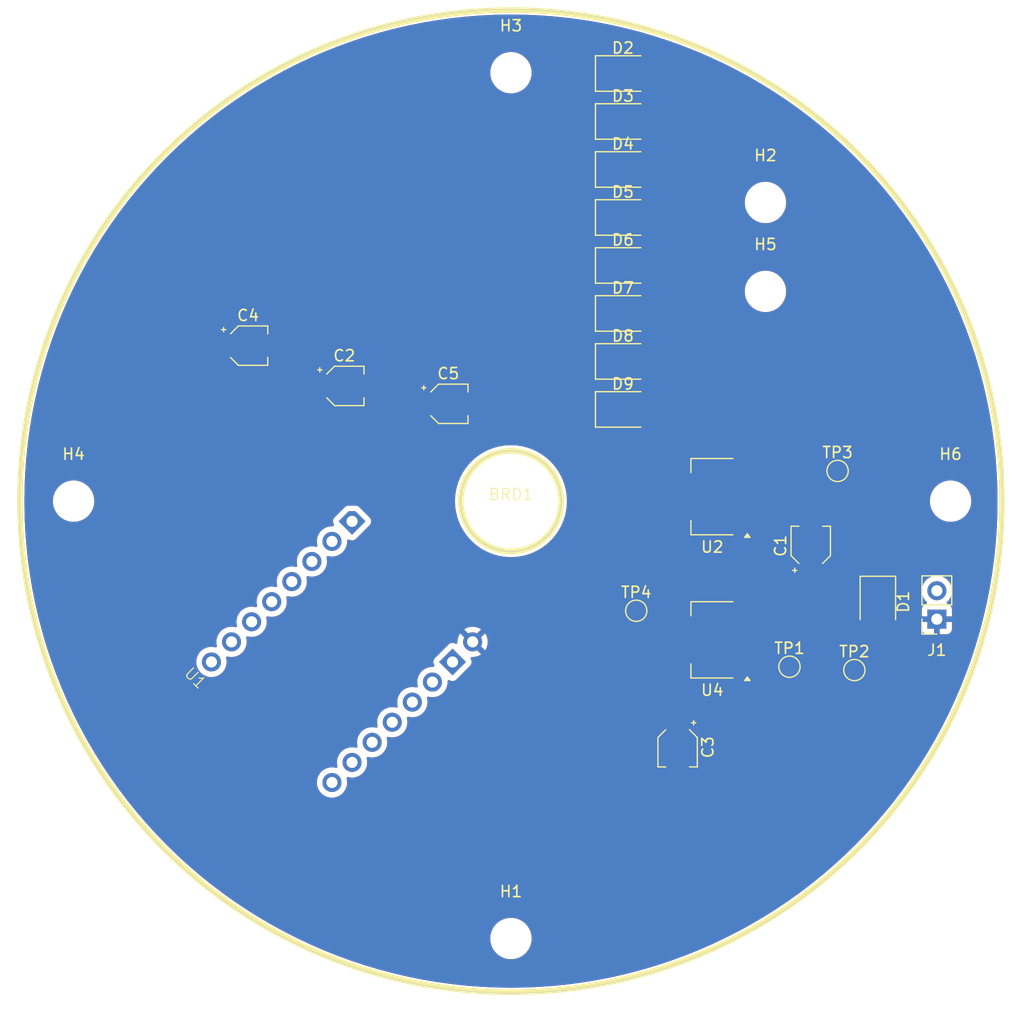
<source format=kicad_pcb>
(kicad_pcb (version 20240108) (generator "pcbnew") (generator_version "8.0")
  (layers (0 "F.Cu" signal) (31 "B.Cu" signal) (34 "B.Paste" user) (35 "F.Paste" user) (36 "B.SilkS" user "B.Silkscreen") (37 "F.SilkS" user "F.Silkscreen") (38 "B.Mask" user) (39 "F.Mask" user) (44 "Edge.Cuts" user))
  (net 0 "")
  (net 15 "GND")
  (net 16 "/Power Supply/VIN")
  (net 17 "+3V3")
  (net 18 "+5V")
  (net 19 "/Power Supply/VDC")
  (net 20 "/QA-2")
  (net 21 "/QB-2")
  (net 22 "/QC-2")
  (net 23 "/QD-2")
  (net 24 "/QE-2")
  (net 25 "/QF-2")
  (net 26 "/QG-2")
  (net 27 "/QH-2")
  (footprint "TestPoint:TestPoint_Pad_D1.5mm" (layer "F.Cu") (at 111.3 109.6)
    (property "Reference" "TP4" (at 0 -1.648 0) (layer "F.SilkS"))
    (property "Value" "5V")
    (fp_circle (center 0 0) (end 0 0.95) (stroke (width 0.12)) (fill none) (layer "F.SilkS"))
    (pad "1" smd circle (at 0 0) (size 1.5 1.5) (layers "F.Cu" "F.Mask") (net 18 "+5V"))
  )
  (footprint "MountingHole:MountingHole_3.2mm_M3" (layer "F.Cu") (at 122.85 81.05)
    (property "Reference" "H5" (at 0 -4.2 0) (layer "F.SilkS"))
    (property "Value" "MountingHole_M3")
    (pad "" np_thru_hole circle (at 0 0) (size 3.2 3.2) (drill 3.2) (layers "*.Cu" "*.Mask"))
  )
  (footprint "LED_SMD:LED_1210_3225Metric_Pad1.42x2.65mm_HandSolder" (layer "F.Cu") (at 110.1125 70.15)
    (property "Reference" "D4" (at 0 -2.28 0) (layer "F.SilkS"))
    (property "Value" "PWR")
    (fp_line (start -2.46 -1.585) (end -2.46 1.585) (stroke (width 0.12)) (layer "F.SilkS"))
    (fp_line (start -2.46 1.585) (end 1.6 1.585) (stroke (width 0.12)) (layer "F.SilkS"))
    (fp_line (start 1.6 -1.585) (end -2.46 -1.585) (stroke (width 0.12)) (layer "F.SilkS"))
    (pad "1" smd roundrect (at -1.4875 0) (size 1.425 2.65) (layers "F.Cu" "F.Paste" "F.Mask") (roundrect_rratio 0.175439) (net 15 "GND"))
    (pad "2" smd roundrect (at 1.4875 0) (size 1.425 2.65) (layers "F.Cu" "F.Paste" "F.Mask") (roundrect_rratio 0.175439) (net 22 "/QC-2"))
  )
  (footprint "LED_SMD:LED_1210_3225Metric_Pad1.42x2.65mm_HandSolder" (layer "F.Cu") (at 110.1125 74.44)
    (property "Reference" "D5" (at 0 -2.28 0) (layer "F.SilkS"))
    (property "Value" "PWR")
    (fp_line (start -2.46 -1.585) (end -2.46 1.585) (stroke (width 0.12)) (layer "F.SilkS"))
    (fp_line (start -2.46 1.585) (end 1.6 1.585) (stroke (width 0.12)) (layer "F.SilkS"))
    (fp_line (start 1.6 -1.585) (end -2.46 -1.585) (stroke (width 0.12)) (layer "F.SilkS"))
    (pad "1" smd roundrect (at -1.4875 0) (size 1.425 2.65) (layers "F.Cu" "F.Paste" "F.Mask") (roundrect_rratio 0.175439) (net 15 "GND"))
    (pad "2" smd roundrect (at 1.4875 0) (size 1.425 2.65) (layers "F.Cu" "F.Paste" "F.Mask") (roundrect_rratio 0.175439) (net 23 "/QD-2"))
  )
  (footprint "MountingHole:MountingHole_3.2mm_M3" (layer "F.Cu") (at 122.85 73.1)
    (property "Reference" "H2" (at 0 -4.2 0) (layer "F.SilkS"))
    (property "Value" "MountingHole_M3")
    (pad "" np_thru_hole circle (at 0 0) (size 3.2 3.2) (drill 3.2) (layers "*.Cu" "*.Mask"))
  )
  (footprint "Capacitor_SMD:CP_Elec_3x5.3" (layer "F.Cu") (at 94.5 91.1)
    (property "Reference" "C5" (at 0 -2.7 0) (layer "F.SilkS"))
    (property "Value" "0.1uF")
    (fp_line (start -2.375 -1.435) (end -2 -1.435) (stroke (width 0.12)) (layer "F.SilkS"))
    (fp_line (start -2.1875 -1.6225) (end -2.1875 -1.2475) (stroke (width 0.12)) (layer "F.SilkS"))
    (fp_line (start -1.570563 -1.06) (end -0.870563 -1.76) (stroke (width 0.12)) (layer "F.SilkS"))
    (fp_line (start -1.570563 1.06) (end -0.870563 1.76) (stroke (width 0.12)) (layer "F.SilkS"))
    (fp_line (start -0.870563 -1.76) (end 1.76 -1.76) (stroke (width 0.12)) (layer "F.SilkS"))
    (fp_line (start -0.870563 1.76) (end 1.76 1.76) (stroke (width 0.12)) (layer "F.SilkS"))
    (fp_line (start 1.76 -1.76) (end 1.76 -1.06) (stroke (width 0.12)) (layer "F.SilkS"))
    (fp_line (start 1.76 1.76) (end 1.76 1.06) (stroke (width 0.12)) (layer "F.SilkS"))
    (pad "1" smd rect (at -1.5 0) (size 2.2 1.6) (layers "F.Cu" "F.Paste" "F.Mask") (net 17 "+3V3"))
    (pad "2" smd rect (at 1.5 0) (size 2.2 1.6) (layers "F.Cu" "F.Paste" "F.Mask") (net 15 "GND"))
  )
  (footprint "LED_SMD:LED_1210_3225Metric_Pad1.42x2.65mm_HandSolder" (layer "F.Cu") (at 110.1125 87.31)
    (property "Reference" "D8" (at 0 -2.28 0) (layer "F.SilkS"))
    (property "Value" "PWR")
    (fp_line (start -2.46 -1.585) (end -2.46 1.585) (stroke (width 0.12)) (layer "F.SilkS"))
    (fp_line (start -2.46 1.585) (end 1.6 1.585) (stroke (width 0.12)) (layer "F.SilkS"))
    (fp_line (start 1.6 -1.585) (end -2.46 -1.585) (stroke (width 0.12)) (layer "F.SilkS"))
    (pad "1" smd roundrect (at -1.4875 0) (size 1.425 2.65) (layers "F.Cu" "F.Paste" "F.Mask") (roundrect_rratio 0.175439) (net 15 "GND"))
    (pad "2" smd roundrect (at 1.4875 0) (size 1.425 2.65) (layers "F.Cu" "F.Paste" "F.Mask") (roundrect_rratio 0.175439) (net 26 "/QG-2"))
  )
  (footprint "Alexander Footprint Library:Circle-44R" (layer "F.Cu") (at 100.1 99.7)
    (property "Reference" "BRD1" (at 0 -0.5 0) (layer "F.SilkS") (effects (font (thickness 0.1))))
    (property "Value" "~")
    (fp_circle (center 0 0.1) (end 4.492215 0.1) (stroke (width 0.5)) (fill none) (layer "F.SilkS"))
    (fp_circle (center 0 0.1) (end 43.900114 0.1) (stroke (width 0.5)) (fill none) (layer "F.SilkS"))
    (fp_circle (center 0 0.1) (end 4.5 0) (stroke (width 0.05)) (fill none) (layer "Edge.Cuts"))
    (fp_circle (center 0 0.1) (end 44 0.1) (stroke (width 0.05)) (fill none) (layer "Edge.Cuts"))
  )
  (footprint "Package_TO_SOT_SMD:SOT-223-3_TabPin2" (layer "F.Cu") (at 118.1 99.4 180)
    (property "Reference" "U2" (at 0 -4.5 0) (layer "F.SilkS"))
    (property "Value" "AMS1117-3V3")
    (fp_line (start 1.91 3.41) (end 1.91 2.15) (stroke (width 0.12)) (layer "F.SilkS"))
    (fp_line (start 1.91 -3.41) (end 1.91 -2.15) (stroke (width 0.12)) (layer "F.SilkS"))
    (fp_line (start -1.85 3.41) (end 1.91 3.41) (stroke (width 0.12)) (layer "F.SilkS"))
    (fp_line (start -1.85 -3.41) (end 1.91 -3.41) (stroke (width 0.12)) (layer "F.SilkS"))
    (fp_poly (pts (xy -3.13 -3.31) (xy -3.37 -3.64) (xy -2.89 -3.64) (xy -3.13 -3.31)) (stroke (width 0.12)) (fill solid) (layer "F.SilkS"))
    (pad "1" smd roundrect (at -3.15 -2.3 180) (size 2 1.5) (layers "F.Cu" "F.Paste" "F.Mask") (net 16 "/Power Supply/VIN"))
    (pad "2" smd roundrect (at -3.15 0 180) (size 2 1.5) (layers "F.Cu" "F.Paste" "F.Mask") (net 15 "GND"))
    (pad "2" smd roundrect (at 3.15 0 180) (size 2 3.8) (layers "F.Cu" "F.Paste" "F.Mask") (net 15 "GND"))
    (pad "3" smd roundrect (at -3.15 2.3 180) (size 2 1.5) (layers "F.Cu" "F.Paste" "F.Mask") (net 17 "+3V3"))
  )
  (footprint "Capacitor_SMD:CP_Elec_3x5.3" (layer "F.Cu") (at 85.2 89.5)
    (property "Reference" "C2" (at 0 -2.7 0) (layer "F.SilkS"))
    (property "Value" "1uF")
    (fp_line (start -2.375 -1.435) (end -2 -1.435) (stroke (width 0.12)) (layer "F.SilkS"))
    (fp_line (start -2.1875 -1.6225) (end -2.1875 -1.2475) (stroke (width 0.12)) (layer "F.SilkS"))
    (fp_line (start -1.570563 -1.06) (end -0.870563 -1.76) (stroke (width 0.12)) (layer "F.SilkS"))
    (fp_line (start -1.570563 1.06) (end -0.870563 1.76) (stroke (width 0.12)) (layer "F.SilkS"))
    (fp_line (start -0.870563 -1.76) (end 1.76 -1.76) (stroke (width 0.12)) (layer "F.SilkS"))
    (fp_line (start -0.870563 1.76) (end 1.76 1.76) (stroke (width 0.12)) (layer "F.SilkS"))
    (fp_line (start 1.76 -1.76) (end 1.76 -1.06) (stroke (width 0.12)) (layer "F.SilkS"))
    (fp_line (start 1.76 1.76) (end 1.76 1.06) (stroke (width 0.12)) (layer "F.SilkS"))
    (pad "1" smd rect (at -1.5 0) (size 2.2 1.6) (layers "F.Cu" "F.Paste" "F.Mask") (net 17 "+3V3"))
    (pad "2" smd rect (at 1.5 0) (size 2.2 1.6) (layers "F.Cu" "F.Paste" "F.Mask") (net 15 "GND"))
  )
  (footprint "TestPoint:TestPoint_Pad_D1.5mm" (layer "F.Cu") (at 125 114.6)
    (property "Reference" "TP1" (at 0 -1.648 0) (layer "F.SilkS"))
    (property "Value" "VIN")
    (fp_circle (center 0 0) (end 0 0.95) (stroke (width 0.12)) (fill none) (layer "F.SilkS"))
    (pad "1" smd circle (at 0 0) (size 1.5 1.5) (layers "F.Cu" "F.Mask") (net 16 "/Power Supply/VIN"))
  )
  (footprint "LED_SMD:LED_1210_3225Metric_Pad1.42x2.65mm_HandSolder" (layer "F.Cu") (at 110.1125 65.86)
    (property "Reference" "D3" (at 0 -2.28 0) (layer "F.SilkS"))
    (property "Value" "PWR")
    (fp_line (start -2.46 -1.585) (end -2.46 1.585) (stroke (width 0.12)) (layer "F.SilkS"))
    (fp_line (start -2.46 1.585) (end 1.6 1.585) (stroke (width 0.12)) (layer "F.SilkS"))
    (fp_line (start 1.6 -1.585) (end -2.46 -1.585) (stroke (width 0.12)) (layer "F.SilkS"))
    (pad "1" smd roundrect (at -1.4875 0) (size 1.425 2.65) (layers "F.Cu" "F.Paste" "F.Mask") (roundrect_rratio 0.175439) (net 15 "GND"))
    (pad "2" smd roundrect (at 1.4875 0) (size 1.425 2.65) (layers "F.Cu" "F.Paste" "F.Mask") (roundrect_rratio 0.175439) (net 21 "/QB-2"))
  )
  (footprint "LED_SMD:LED_1210_3225Metric_Pad1.42x2.65mm_HandSolder" (layer "F.Cu") (at 110.1125 78.73)
    (property "Reference" "D6" (at 0 -2.28 0) (layer "F.SilkS"))
    (property "Value" "PWR")
    (fp_line (start -2.46 -1.585) (end -2.46 1.585) (stroke (width 0.12)) (layer "F.SilkS"))
    (fp_line (start -2.46 1.585) (end 1.6 1.585) (stroke (width 0.12)) (layer "F.SilkS"))
    (fp_line (start 1.6 -1.585) (end -2.46 -1.585) (stroke (width 0.12)) (layer "F.SilkS"))
    (pad "1" smd roundrect (at -1.4875 0) (size 1.425 2.65) (layers "F.Cu" "F.Paste" "F.Mask") (roundrect_rratio 0.175439) (net 15 "GND"))
    (pad "2" smd roundrect (at 1.4875 0) (size 1.425 2.65) (layers "F.Cu" "F.Paste" "F.Mask") (roundrect_rratio 0.175439) (net 24 "/QE-2"))
  )
  (footprint "MountingHole:MountingHole_3.2mm_M3" (layer "F.Cu") (at 100.1 61.5)
    (property "Reference" "H3" (at 0 -4.2 0) (layer "F.SilkS"))
    (property "Value" "MountingHole_M3")
    (pad "" np_thru_hole circle (at 0 0) (size 3.2 3.2) (drill 3.2) (layers "*.Cu" "*.Mask"))
  )
  (footprint "MountingHole:MountingHole_3.2mm_M3" (layer "F.Cu") (at 100.1 138.9)
    (property "Reference" "H1" (at 0 -4.2 0) (layer "F.SilkS"))
    (property "Value" "MountingHole_M3")
    (pad "" np_thru_hole circle (at 0 0) (size 3.2 3.2) (drill 3.2) (layers "*.Cu" "*.Mask"))
  )
  (footprint "Package_TO_SOT_SMD:SOT-223-3_TabPin2" (layer "F.Cu") (at 118.1 112.2 180)
    (property "Reference" "U4" (at 0 -4.5 360) (layer "F.SilkS"))
    (property "Value" "AMS1117-5.0")
    (fp_line (start 1.91 3.41) (end 1.91 2.15) (stroke (width 0.12)) (layer "F.SilkS"))
    (fp_line (start 1.91 -3.41) (end 1.91 -2.15) (stroke (width 0.12)) (layer "F.SilkS"))
    (fp_line (start -1.85 3.41) (end 1.91 3.41) (stroke (width 0.12)) (layer "F.SilkS"))
    (fp_line (start -1.85 -3.41) (end 1.91 -3.41) (stroke (width 0.12)) (layer "F.SilkS"))
    (fp_poly (pts (xy -3.13 -3.31) (xy -3.37 -3.64) (xy -2.89 -3.64) (xy -3.13 -3.31)) (stroke (width 0.12)) (fill solid) (layer "F.SilkS"))
    (pad "1" smd roundrect (at -3.15 -2.3 180) (size 2 1.5) (layers "F.Cu" "F.Paste" "F.Mask") (net 15 "GND"))
    (pad "2" smd roundrect (at -3.15 0 180) (size 2 1.5) (layers "F.Cu" "F.Paste" "F.Mask") (net 18 "+5V"))
    (pad "2" smd roundrect (at 3.15 0 180) (size 2 3.8) (layers "F.Cu" "F.Paste" "F.Mask") (net 18 "+5V"))
    (pad "3" smd roundrect (at -3.15 2.3 180) (size 2 1.5) (layers "F.Cu" "F.Paste" "F.Mask") (net 16 "/Power Supply/VIN"))
  )
  (footprint "Capacitor_SMD:CP_Elec_3x5.3" (layer "F.Cu") (at 115 121.8 -90)
    (property "Reference" "C3" (at 0 -2.7 90) (layer "F.SilkS"))
    (property "Value" "1uF")
    (fp_line (start -0.870563 1.76) (end 1.76 1.76) (stroke (width 0.12)) (layer "F.SilkS"))
    (fp_line (start 1.76 1.76) (end 1.76 1.06) (stroke (width 0.12)) (layer "F.SilkS"))
    (fp_line (start -1.570563 1.06) (end -0.870563 1.76) (stroke (width 0.12)) (layer "F.SilkS"))
    (fp_line (start -1.570563 -1.06) (end -0.870563 -1.76) (stroke (width 0.12)) (layer "F.SilkS"))
    (fp_line (start -2.375 -1.435) (end -2 -1.435) (stroke (width 0.12)) (layer "F.SilkS"))
    (fp_line (start -2.1875 -1.6225) (end -2.1875 -1.2475) (stroke (width 0.12)) (layer "F.SilkS"))
    (fp_line (start -0.870563 -1.76) (end 1.76 -1.76) (stroke (width 0.12)) (layer "F.SilkS"))
    (fp_line (start 1.76 -1.76) (end 1.76 -1.06) (stroke (width 0.12)) (layer "F.SilkS"))
    (pad "1" smd rect (at -1.5 0 270) (size 2.2 1.6) (layers "F.Cu" "F.Paste" "F.Mask") (net 18 "+5V"))
    (pad "2" smd rect (at 1.5 0 270) (size 2.2 1.6) (layers "F.Cu" "F.Paste" "F.Mask") (net 15 "GND"))
  )
  (footprint "Diode_SMD:D_1210_3225Metric" (layer "F.Cu") (at 132.9 108.8 -90)
    (property "Reference" "D1" (at 0 -2.28 90) (layer "F.SilkS"))
    (property "Value" "D")
    (fp_line (start -2.285 1.585) (end 1.6 1.585) (stroke (width 0.12)) (layer "F.SilkS"))
    (fp_line (start -2.285 -1.585) (end -2.285 1.585) (stroke (width 0.12)) (layer "F.SilkS"))
    (fp_line (start 1.6 -1.585) (end -2.285 -1.585) (stroke (width 0.12)) (layer "F.SilkS"))
    (pad "1" smd roundrect (at -1.4 0 270) (size 1.25 2.65) (layers "F.Cu" "F.Paste" "F.Mask") (roundrect_rratio 0.2) (net 16 "/Power Supply/VIN"))
    (pad "2" smd roundrect (at 1.4 0 270) (size 1.25 2.65) (layers "F.Cu" "F.Paste" "F.Mask") (roundrect_rratio 0.2) (net 19 "/Power Supply/VDC"))
  )
  (footprint "TestPoint:TestPoint_Pad_D1.5mm" (layer "F.Cu") (at 130.8 114.9)
    (property "Reference" "TP2" (at 0 -1.648 0) (layer "F.SilkS"))
    (property "Value" "GND")
    (fp_circle (center 0 0) (end 0 0.95) (stroke (width 0.12)) (fill none) (layer "F.SilkS"))
    (pad "1" smd circle (at 0 0) (size 1.5 1.5) (layers "F.Cu" "F.Mask") (net 15 "GND"))
  )
  (footprint "Capacitor_SMD:CP_Elec_3x5.3" (layer "F.Cu") (at 76.6 85.9)
    (property "Reference" "C4" (at 0 -2.7 0) (layer "F.SilkS"))
    (property "Value" "10uF")
    (fp_line (start -2.375 -1.435) (end -2 -1.435) (stroke (width 0.12)) (layer "F.SilkS"))
    (fp_line (start -2.1875 -1.6225) (end -2.1875 -1.2475) (stroke (width 0.12)) (layer "F.SilkS"))
    (fp_line (start -1.570563 -1.06) (end -0.870563 -1.76) (stroke (width 0.12)) (layer "F.SilkS"))
    (fp_line (start -1.570563 1.06) (end -0.870563 1.76) (stroke (width 0.12)) (layer "F.SilkS"))
    (fp_line (start -0.870563 -1.76) (end 1.76 -1.76) (stroke (width 0.12)) (layer "F.SilkS"))
    (fp_line (start -0.870563 1.76) (end 1.76 1.76) (stroke (width 0.12)) (layer "F.SilkS"))
    (fp_line (start 1.76 -1.76) (end 1.76 -1.06) (stroke (width 0.12)) (layer "F.SilkS"))
    (fp_line (start 1.76 1.76) (end 1.76 1.06) (stroke (width 0.12)) (layer "F.SilkS"))
    (pad "1" smd rect (at -1.5 0) (size 2.2 1.6) (layers "F.Cu" "F.Paste" "F.Mask") (net 17 "+3V3"))
    (pad "2" smd rect (at 1.5 0) (size 2.2 1.6) (layers "F.Cu" "F.Paste" "F.Mask") (net 15 "GND"))
  )
  (footprint "Alexander Footprint Library:ESP32-C3_SuperMini" (layer "F.Cu") (at 71.527641 115.972359 -45)
    (property "Reference" "U1" (at 0 -0.499999 -45) (layer "F.SilkS") (effects (font (thickness 0.1))))
    (property "Value" "~")
    (pad "1" thru_hole roundrect (at 0 -20.32 315) (size 1.7 1.7) (drill 1) (layers "*.Cu" "*.Mask") (roundrect_rratio 0) (chamfer_ratio 0.25) (chamfer top_left))
    (pad "2" thru_hole oval (at 0 -17.780001 315) (size 1.7 1.7) (drill 1) (layers "*.Cu" "*.Mask"))
    (pad "3" thru_hole oval (at 0 -15.24 315) (size 1.7 1.7) (drill 1) (layers "*.Cu" "*.Mask"))
    (pad "4" thru_hole oval (at 0 -12.7 315) (size 1.7 1.7) (drill 1) (layers "*.Cu" "*.Mask"))
    (pad "5" thru_hole oval (at 0 -10.16 315) (size 1.7 1.7) (drill 1) (layers "*.Cu" "*.Mask"))
    (pad "6" thru_hole oval (at 0 -7.62 315) (size 1.7 1.7) (drill 1) (layers "*.Cu" "*.Mask"))
    (pad "7" thru_hole oval (at 0 -5.079999 315) (size 1.7 1.7) (drill 1) (layers "*.Cu" "*.Mask"))
    (pad "8" thru_hole oval (at 0 -2.54 315) (size 1.7 1.7) (drill 1) (layers "*.Cu" "*.Mask"))
    (pad "9" thru_hole oval (at 15.24 -2.54 315) (size 1.7 1.7) (drill 1) (layers "*.Cu" "*.Mask"))
    (pad "10" thru_hole oval (at 15.24 -5.08 315) (size 1.7 1.7) (drill 1) (layers "*.Cu" "*.Mask"))
    (pad "11" thru_hole oval (at 15.24 -7.62 315) (size 1.7 1.7) (drill 1) (layers "*.Cu" "*.Mask"))
    (pad "12" thru_hole oval (at 15.24 -10.16 315) (size 1.7 1.7) (drill 1) (layers "*.Cu" "*.Mask"))
    (pad "13" thru_hole oval (at 15.24 -12.7 315) (size 1.7 1.7) (drill 1) (layers "*.Cu" "*.Mask"))
    (pad "14" thru_hole oval (at 15.24 -15.24 315) (size 1.7 1.7) (drill 1) (layers "*.Cu" "*.Mask"))
    (pad "15" thru_hole rect (at 15.24 -17.78 315) (size 1.7 1.7) (drill 1) (layers "*.Cu" "*.Mask") (net 18 "+5V"))
    (pad "16" thru_hole oval (at 15.24 -20.32 315) (size 1.7 1.7) (drill 1) (layers "*.Cu" "*.Mask") (net 15 "GND"))
  )
  (footprint "MountingHole:MountingHole_3.2mm_M3" (layer "F.Cu") (at 139.4 99.8)
    (property "Reference" "H6" (at 0 -4.2 0) (layer "F.SilkS"))
    (property "Value" "MountingHole_M3")
    (pad "" np_thru_hole circle (at 0 0) (size 3.2 3.2) (drill 3.2) (layers "*.Cu" "*.Mask"))
  )
  (footprint "Connector_PinSocket_2.54mm:PinSocket_1x02_P2.54mm_Vertical" (layer "F.Cu") (at 138.175 110.35 180)
    (property "Reference" "J1" (at 0 -2.77 0) (layer "F.SilkS"))
    (property "Value" "PWR")
    (fp_line (start 1.33 1.27) (end 1.33 3.87) (stroke (width 0.12)) (layer "F.SilkS"))
    (fp_line (start 1.33 -1.33) (end 1.33 0) (stroke (width 0.12)) (layer "F.SilkS"))
    (fp_line (start 0 -1.33) (end 1.33 -1.33) (stroke (width 0.12)) (layer "F.SilkS"))
    (fp_line (start -1.33 3.87) (end 1.33 3.87) (stroke (width 0.12)) (layer "F.SilkS"))
    (fp_line (start -1.33 1.27) (end 1.33 1.27) (stroke (width 0.12)) (layer "F.SilkS"))
    (fp_line (start -1.33 1.27) (end -1.33 3.87) (stroke (width 0.12)) (layer "F.SilkS"))
    (pad "1" thru_hole rect (at 0 0 180) (size 1.7 1.7) (drill 1) (layers "*.Cu" "*.Mask") (net 15 "GND"))
    (pad "2" thru_hole oval (at 0 2.54 180) (size 1.7 1.7) (drill 1) (layers "*.Cu" "*.Mask") (net 19 "/Power Supply/VDC"))
  )
  (footprint "LED_SMD:LED_1210_3225Metric_Pad1.42x2.65mm_HandSolder" (layer "F.Cu") (at 110.1125 83.02)
    (property "Reference" "D7" (at 0 -2.28 0) (layer "F.SilkS"))
    (property "Value" "PWR")
    (fp_line (start -2.46 -1.585) (end -2.46 1.585) (stroke (width 0.12)) (layer "F.SilkS"))
    (fp_line (start -2.46 1.585) (end 1.6 1.585) (stroke (width 0.12)) (layer "F.SilkS"))
    (fp_line (start 1.6 -1.585) (end -2.46 -1.585) (stroke (width 0.12)) (layer "F.SilkS"))
    (pad "1" smd roundrect (at -1.4875 0) (size 1.425 2.65) (layers "F.Cu" "F.Paste" "F.Mask") (roundrect_rratio 0.175439) (net 15 "GND"))
    (pad "2" smd roundrect (at 1.4875 0) (size 1.425 2.65) (layers "F.Cu" "F.Paste" "F.Mask") (roundrect_rratio 0.175439) (net 25 "/QF-2"))
  )
  (footprint "Capacitor_SMD:CP_Elec_3x5.3" (layer "F.Cu") (at 126.9 103.8 90)
    (property "Reference" "C1" (at 0 -2.7 90) (layer "F.SilkS"))
    (property "Value" "1uF")
    (fp_line (start 1.76 -1.76) (end 1.76 -1.06) (stroke (width 0.12)) (layer "F.SilkS"))
    (fp_line (start -0.870563 -1.76) (end 1.76 -1.76) (stroke (width 0.12)) (layer "F.SilkS"))
    (fp_line (start -2.1875 -1.6225) (end -2.1875 -1.2475) (stroke (width 0.12)) (layer "F.SilkS"))
    (fp_line (start -2.375 -1.435) (end -2 -1.435) (stroke (width 0.12)) (layer "F.SilkS"))
    (fp_line (start -1.570563 -1.06) (end -0.870563 -1.76) (stroke (width 0.12)) (layer "F.SilkS"))
    (fp_line (start -1.570563 1.06) (end -0.870563 1.76) (stroke (width 0.12)) (layer "F.SilkS"))
    (fp_line (start 1.76 1.76) (end 1.76 1.06) (stroke (width 0.12)) (layer "F.SilkS"))
    (fp_line (start -0.870563 1.76) (end 1.76 1.76) (stroke (width 0.12)) (layer "F.SilkS"))
    (pad "1" smd rect (at -1.5 0 90) (size 2.2 1.6) (layers "F.Cu" "F.Paste" "F.Mask") (net 16 "/Power Supply/VIN"))
    (pad "2" smd rect (at 1.5 0 90) (size 2.2 1.6) (layers "F.Cu" "F.Paste" "F.Mask") (net 15 "GND"))
  )
  (footprint "LED_SMD:LED_1210_3225Metric_Pad1.42x2.65mm_HandSolder" (layer "F.Cu") (at 110.1125 91.6)
    (property "Reference" "D9" (at 0 -2.28 0) (layer "F.SilkS"))
    (property "Value" "PWR")
    (fp_line (start -2.46 -1.585) (end -2.46 1.585) (stroke (width 0.12)) (layer "F.SilkS"))
    (fp_line (start -2.46 1.585) (end 1.6 1.585) (stroke (width 0.12)) (layer "F.SilkS"))
    (fp_line (start 1.6 -1.585) (end -2.46 -1.585) (stroke (width 0.12)) (layer "F.SilkS"))
    (pad "1" smd roundrect (at -1.4875 0) (size 1.425 2.65) (layers "F.Cu" "F.Paste" "F.Mask") (roundrect_rratio 0.175439) (net 15 "GND"))
    (pad "2" smd roundrect (at 1.4875 0) (size 1.425 2.65) (layers "F.Cu" "F.Paste" "F.Mask") (roundrect_rratio 0.175439) (net 27 "/QH-2"))
  )
  (footprint "MountingHole:MountingHole_3.2mm_M3" (layer "F.Cu") (at 61 99.8)
    (property "Reference" "H4" (at 0 -4.2 0) (layer "F.SilkS"))
    (property "Value" "MountingHole_M3")
    (pad "" np_thru_hole circle (at 0 0) (size 3.2 3.2) (drill 3.2) (layers "*.Cu" "*.Mask"))
  )
  (footprint "LED_SMD:LED_1210_3225Metric_Pad1.42x2.65mm_HandSolder" (layer "F.Cu") (at 110.1125 61.57)
    (property "Reference" "D2" (at 0 -2.28 0) (layer "F.SilkS"))
    (property "Value" "PWR")
    (fp_line (start -2.46 -1.585) (end -2.46 1.585) (stroke (width 0.12)) (layer "F.SilkS"))
    (fp_line (start -2.46 1.585) (end 1.6 1.585) (stroke (width 0.12)) (layer "F.SilkS"))
    (fp_line (start 1.6 -1.585) (end -2.46 -1.585) (stroke (width 0.12)) (layer "F.SilkS"))
    (pad "1" smd roundrect (at -1.4875 0) (size 1.425 2.65) (layers "F.Cu" "F.Paste" "F.Mask") (roundrect_rratio 0.175439) (net 15 "GND"))
    (pad "2" smd roundrect (at 1.4875 0) (size 1.425 2.65) (layers "F.Cu" "F.Paste" "F.Mask") (roundrect_rratio 0.175439) (net 20 "/QA-2"))
  )
  (footprint "TestPoint:TestPoint_Pad_D1.5mm" (layer "F.Cu") (at 129.3 97.1)
    (property "Reference" "TP3" (at 0 -1.648 0) (layer "F.SilkS"))
    (property "Value" "3V3")
    (fp_circle (center 0 0) (end 0 0.95) (stroke (width 0.12)) (fill none) (layer "F.SilkS"))
    (pad "1" smd circle (at 0 0) (size 1.5 1.5) (layers "F.Cu" "F.Mask") (net 17 "+3V3"))
  )
  (zone (net 15) (net_name "GND") (layer "F.Cu") (connect_pads (clearance 0.5)) (min_thickness 0.25) (fill yes (thermal_gap 0.5) (thermal_bridge_width 0.5))
    (polygon (pts (xy 100.1 55) (xy 120.2 58.4) (xy 144.4 80.2) (xy 144.3 108.2) (xy 132 140.2) (xy 91.7 145.4) (xy 59.8 128.6) (xy 54.7 95.5) (xy 61.7 76.2) (xy 77.8 59.3) (xy 89.2 56.7)))
  )
  (zone (net 15) (net_name "GND") (layer "B.Cu") (connect_pads (clearance 0.5)) (min_thickness 0.25) (fill yes (thermal_gap 0.5) (thermal_bridge_width 0.5))
    (polygon (pts (xy 100.1 55) (xy 120.2 58.4) (xy 144.4 80.2) (xy 144.3 108.2) (xy 132 140.2) (xy 91.7 145.4) (xy 59.8 128.6) (xy 54.7 95.5) (xy 61.7 76.2) (xy 77.8 59.3) (xy 89.2 56.7)))
  )
)
</source>
